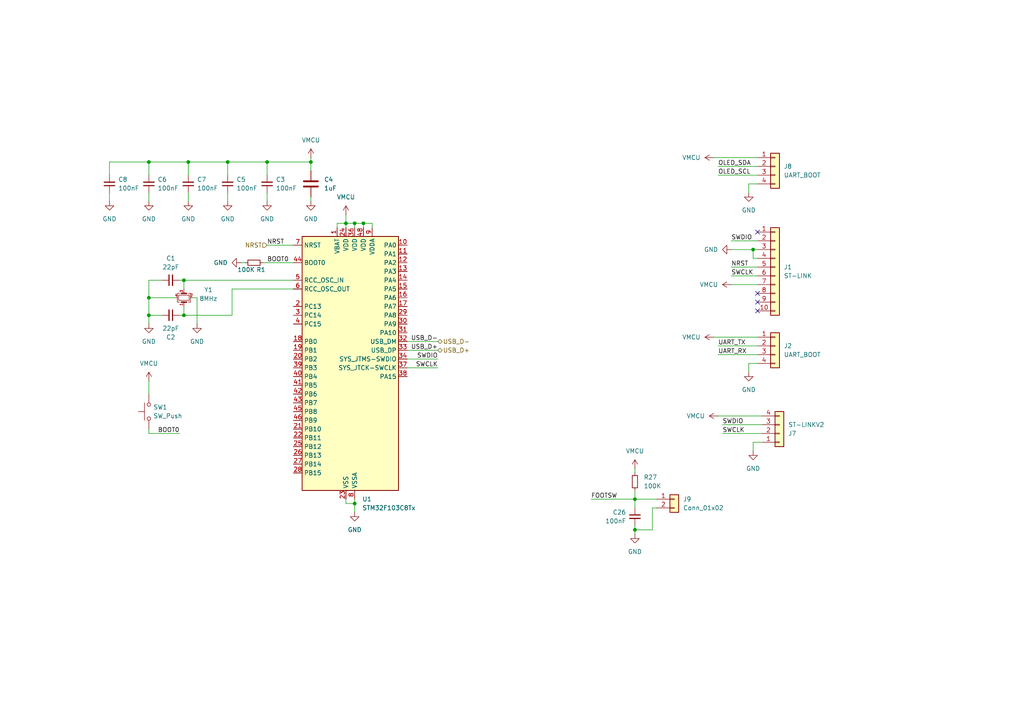
<source format=kicad_sch>
(kicad_sch (version 20231120) (generator "eeschema") (generator_version "8.0")
  (paper "A4")
  (lib_symbols
    (symbol "Connector_Generic:Conn_01x02" (pin_names (offset 1.016) hide)
      (property "Reference" "J" (at 0 2.54 0))
      (property "Value" "Conn_01x02" (at 0 -5.08 0))
      (symbol "Conn_01x02_1_1"
        (rectangle (start -1.27 -2.413) (end 0 -2.667) (stroke (width 0.1524)))
        (rectangle (start -1.27 0.127) (end 0 -0.127) (stroke (width 0.1524)))
        (rectangle (start -1.27 1.27) (end 1.27 -3.81) (stroke (width 0.254)) (fill (type background)))
        (pin passive line (at -5.08 0 0) (length 3.81) (name "Pin_1") (number "1"))
        (pin passive line (at -5.08 -2.54 0) (length 3.81) (name "Pin_2") (number "2"))
      )
    )
    (symbol "Connector_Generic:Conn_01x04" (pin_names (offset 1.016) hide)
      (property "Reference" "J" (at 0 5.08 0))
      (property "Value" "Conn_01x04" (at 0 -7.62 0))
      (symbol "Conn_01x04_1_1"
        (rectangle (start -1.27 -4.953) (end 0 -5.207) (stroke (width 0.1524)))
        (rectangle (start -1.27 -2.413) (end 0 -2.667) (stroke (width 0.1524)))
        (rectangle (start -1.27 0.127) (end 0 -0.127) (stroke (width 0.1524)))
        (rectangle (start -1.27 2.667) (end 0 2.413) (stroke (width 0.1524)))
        (rectangle (start -1.27 3.81) (end 1.27 -6.35) (stroke (width 0.254)) (fill (type background)))
        (pin passive line (at -5.08 2.54 0) (length 3.81) (name "Pin_1") (number "1"))
        (pin passive line (at -5.08 0 0) (length 3.81) (name "Pin_2") (number "2"))
        (pin passive line (at -5.08 -2.54 0) (length 3.81) (name "Pin_3") (number "3"))
        (pin passive line (at -5.08 -5.08 0) (length 3.81) (name "Pin_4") (number "4"))
      )
    )
    (symbol "Connector_Generic:Conn_01x10" (pin_names (offset 1.016) hide)
      (property "Reference" "J" (at 0 12.7 0))
      (property "Value" "Conn_01x10" (at 0 -15.24 0))
      (symbol "Conn_01x10_1_1"
        (rectangle (start -1.27 -12.573) (end 0 -12.827) (stroke (width 0.1524)))
        (rectangle (start -1.27 -10.033) (end 0 -10.287) (stroke (width 0.1524)))
        (rectangle (start -1.27 -7.493) (end 0 -7.747) (stroke (width 0.1524)))
        (rectangle (start -1.27 -4.953) (end 0 -5.207) (stroke (width 0.1524)))
        (rectangle (start -1.27 -2.413) (end 0 -2.667) (stroke (width 0.1524)))
        (rectangle (start -1.27 0.127) (end 0 -0.127) (stroke (width 0.1524)))
        (rectangle (start -1.27 2.667) (end 0 2.413) (stroke (width 0.1524)))
        (rectangle (start -1.27 5.207) (end 0 4.953) (stroke (width 0.1524)))
        (rectangle (start -1.27 7.747) (end 0 7.493) (stroke (width 0.1524)))
        (rectangle (start -1.27 10.287) (end 0 10.033) (stroke (width 0.1524)))
        (rectangle (start -1.27 11.43) (end 1.27 -13.97) (stroke (width 0.254)) (fill (type background)))
        (pin passive line (at -5.08 10.16 0) (length 3.81) (name "Pin_1") (number "1"))
        (pin passive line (at -5.08 -12.7 0) (length 3.81) (name "Pin_10") (number "10"))
        (pin passive line (at -5.08 7.62 0) (length 3.81) (name "Pin_2") (number "2"))
        (pin passive line (at -5.08 5.08 0) (length 3.81) (name "Pin_3") (number "3"))
        (pin passive line (at -5.08 2.54 0) (length 3.81) (name "Pin_4") (number "4"))
        (pin passive line (at -5.08 0 0) (length 3.81) (name "Pin_5") (number "5"))
        (pin passive line (at -5.08 -2.54 0) (length 3.81) (name "Pin_6") (number "6"))
        (pin passive line (at -5.08 -5.08 0) (length 3.81) (name "Pin_7") (number "7"))
        (pin passive line (at -5.08 -7.62 0) (length 3.81) (name "Pin_8") (number "8"))
        (pin passive line (at -5.08 -10.16 0) (length 3.81) (name "Pin_9") (number "9"))
      )
    )
    (symbol "Device:C" (pin_numbers hide) (pin_names (offset 0.254))
      (property "Reference" "C" (at 0.635 2.54 0))
      (property "Value" "C" (at 0.635 -2.54 0))
      (symbol "C_0_1"
        (polyline (pts (xy -2.032 -0.762) (xy 2.032 -0.762)) (stroke (width 0.508)))
        (polyline (pts (xy -2.032 0.762) (xy 2.032 0.762)) (stroke (width 0.508)))
      )
      (symbol "C_1_1"
        (pin passive line (at 0 3.81 270) (length 2.794) (name "~") (number "1"))
        (pin passive line (at 0 -3.81 90) (length 2.794) (name "~") (number "2"))
      )
    )
    (symbol "Device:C_Small" (pin_numbers hide) (pin_names (offset 0.254) hide)
      (property "Reference" "C" (at 0.254 1.778 0))
      (property "Value" "C_Small" (at 0.254 -2.032 0))
      (symbol "C_Small_0_1"
        (polyline (pts (xy -1.524 -0.508) (xy 1.524 -0.508)) (stroke (width 0.3302)))
        (polyline (pts (xy -1.524 0.508) (xy 1.524 0.508)) (stroke (width 0.3048)))
      )
      (symbol "C_Small_1_1"
        (pin passive line (at 0 2.54 270) (length 2.032) (name "~") (number "1"))
        (pin passive line (at 0 -2.54 90) (length 2.032) (name "~") (number "2"))
      )
    )
    (symbol "Device:Crystal_GND24_Small" (pin_names (offset 1.016) hide)
      (property "Reference" "Y" (at 1.27 4.445 0))
      (property "Value" "Crystal_GND24_Small" (at 1.27 2.54 0))
      (symbol "Crystal_GND24_Small_0_1"
        (rectangle (start -0.762 -1.524) (end 0.762 1.524))
        (polyline (pts (xy -1.27 -0.762) (xy -1.27 0.762)) (stroke (width 0.381)))
        (polyline (pts (xy 1.27 -0.762) (xy 1.27 0.762)) (stroke (width 0.381)))
        (polyline (pts (xy -1.27 -1.27) (xy -1.27 -1.905) (xy 1.27 -1.905) (xy 1.27 -1.27)))
        (polyline (pts (xy -1.27 1.27) (xy -1.27 1.905) (xy 1.27 1.905) (xy 1.27 1.27)))
      )
      (symbol "Crystal_GND24_Small_1_1"
        (pin passive line (at -2.54 0 0) (length 1.27) (name "1") (number "1"))
        (pin passive line (at 0 -2.54 90) (length 0.635) (name "2") (number "2"))
        (pin passive line (at 2.54 0 180) (length 1.27) (name "3") (number "3"))
        (pin passive line (at 0 2.54 270) (length 0.635) (name "4") (number "4"))
      )
    )
    (symbol "Device:R_Small" (pin_numbers hide) (pin_names (offset 0.254) hide)
      (property "Reference" "R" (at 0.762 0.508 0))
      (property "Value" "R_Small" (at 0.762 -1.016 0))
      (symbol "R_Small_0_1"
        (rectangle (start -0.762 1.778) (end 0.762 -1.778) (stroke (width 0.2032)))
      )
      (symbol "R_Small_1_1"
        (pin passive line (at 0 2.54 270) (length 0.762) (name "~") (number "1"))
        (pin passive line (at 0 -2.54 90) (length 0.762) (name "~") (number "2"))
      )
    )
    (symbol "MCU_ST_STM32F1:STM32F103C8Tx"
      (property "Reference" "U" (at -12.7 39.37 0))
      (property "Value" "STM32F103C8Tx" (at 10.16 39.37 0))
      (symbol "STM32F103C8Tx_0_1"
        (rectangle (start -12.7 -35.56) (end 15.24 38.1) (stroke (width 0.254)) (fill (type background)))
      )
      (symbol "STM32F103C8Tx_1_1"
        (pin power_in line (at -2.54 40.64 270) (length 2.54) (name "VBAT") (number "1"))
        (pin bidirectional line (at 17.78 35.56 180) (length 2.54) (name "PA0") (number "10"))
        (pin bidirectional line (at 17.78 33.02 180) (length 2.54) (name "PA1") (number "11"))
        (pin bidirectional line (at 17.78 30.48 180) (length 2.54) (name "PA2") (number "12"))
        (pin bidirectional line (at 17.78 27.94 180) (length 2.54) (name "PA3") (number "13"))
        (pin bidirectional line (at 17.78 25.4 180) (length 2.54) (name "PA4") (number "14"))
        (pin bidirectional line (at 17.78 22.86 180) (length 2.54) (name "PA5") (number "15"))
        (pin bidirectional line (at 17.78 20.32 180) (length 2.54) (name "PA6") (number "16"))
        (pin bidirectional line (at 17.78 17.78 180) (length 2.54) (name "PA7") (number "17"))
        (pin bidirectional line (at -15.24 7.62 0) (length 2.54) (name "PB0") (number "18"))
        (pin bidirectional line (at -15.24 5.08 0) (length 2.54) (name "PB1") (number "19"))
        (pin bidirectional line (at -15.24 17.78 0) (length 2.54) (name "PC13") (number "2"))
        (pin bidirectional line (at -15.24 2.54 0) (length 2.54) (name "PB2") (number "20"))
        (pin bidirectional line (at -15.24 -17.78 0) (length 2.54) (name "PB10") (number "21"))
        (pin bidirectional line (at -15.24 -20.32 0) (length 2.54) (name "PB11") (number "22"))
        (pin power_in line (at 0 -38.1 90) (length 2.54) (name "VSS") (number "23"))
        (pin power_in line (at 0 40.64 270) (length 2.54) (name "VDD") (number "24"))
        (pin bidirectional line (at -15.24 -22.86 0) (length 2.54) (name "PB12") (number "25"))
        (pin bidirectional line (at -15.24 -25.4 0) (length 2.54) (name "PB13") (number "26"))
        (pin bidirectional line (at -15.24 -27.94 0) (length 2.54) (name "PB14") (number "27"))
        (pin bidirectional line (at -15.24 -30.48 0) (length 2.54) (name "PB15") (number "28"))
        (pin bidirectional line (at 17.78 15.24 180) (length 2.54) (name "PA8") (number "29"))
        (pin bidirectional line (at -15.24 15.24 0) (length 2.54) (name "PC14") (number "3"))
        (pin bidirectional line (at 17.78 12.7 180) (length 2.54) (name "PA9") (number "30"))
        (pin bidirectional line (at 17.78 10.16 180) (length 2.54) (name "PA10") (number "31"))
        (pin bidirectional line (at 17.78 7.62 180) (length 2.54) (name "PA11") (number "32") (alternate "USB_DM" bidirectional line))
        (pin bidirectional line (at 17.78 5.08 180) (length 2.54) (name "PA12") (number "33") (alternate "USB_DP" bidirectional line))
        (pin bidirectional line (at 17.78 2.54 180) (length 2.54) (name "PA13") (number "34") (alternate "SYS_JTMS-SWDIO" bidirectional line))
        (pin passive line (at 0 -38.1 90) (length 2.54) hide (name "VSS") (number "35"))
        (pin power_in line (at 2.54 40.64 270) (length 2.54) (name "VDD") (number "36"))
        (pin bidirectional line (at 17.78 0 180) (length 2.54) (name "PA14") (number "37") (alternate "SYS_JTCK-SWCLK" bidirectional line))
        (pin bidirectional line (at 17.78 -2.54 180) (length 2.54) (name "PA15") (number "38"))
        (pin bidirectional line (at -15.24 0 0) (length 2.54) (name "PB3") (number "39"))
        (pin bidirectional line (at -15.24 12.7 0) (length 2.54) (name "PC15") (number "4"))
        (pin bidirectional line (at -15.24 -2.54 0) (length 2.54) (name "PB4") (number "40"))
        (pin bidirectional line (at -15.24 -5.08 0) (length 2.54) (name "PB5") (number "41"))
        (pin bidirectional line (at -15.24 -7.62 0) (length 2.54) (name "PB6") (number "42"))
        (pin bidirectional line (at -15.24 -10.16 0) (length 2.54) (name "PB7") (number "43"))
        (pin input line (at -15.24 30.48 0) (length 2.54) (name "BOOT0") (number "44"))
        (pin bidirectional line (at -15.24 -12.7 0) (length 2.54) (name "PB8") (number "45"))
        (pin bidirectional line (at -15.24 -15.24 0) (length 2.54) (name "PB9") (number "46"))
        (pin passive line (at 0 -38.1 90) (length 2.54) hide (name "VSS") (number "47"))
        (pin power_in line (at 5.08 40.64 270) (length 2.54) (name "VDD") (number "48"))
        (pin bidirectional line (at -15.24 25.4 0) (length 2.54) (name "PD0") (number "5") (alternate "RCC_OSC_IN" bidirectional line))
        (pin bidirectional line (at -15.24 22.86 0) (length 2.54) (name "PD1") (number "6") (alternate "RCC_OSC_OUT" bidirectional line))
        (pin input line (at -15.24 35.56 0) (length 2.54) (name "NRST") (number "7"))
        (pin power_in line (at 2.54 -38.1 90) (length 2.54) (name "VSSA") (number "8"))
        (pin power_in line (at 7.62 40.64 270) (length 2.54) (name "VDDA") (number "9"))
      )
    )
    (symbol "Switch:SW_Push" (pin_numbers hide) (pin_names (offset 1.016) hide)
      (property "Reference" "SW" (at 1.27 2.54 0))
      (property "Value" "SW_Push" (at 0 -1.524 0))
      (symbol "SW_Push_0_1"
        (circle (center -2.032 0) (radius 0.508))
        (polyline (pts (xy 0 1.27) (xy 0 3.048)))
        (polyline (pts (xy 2.54 1.27) (xy -2.54 1.27)))
        (circle (center 2.032 0) (radius 0.508))
        (pin passive line (at -5.08 0 0) (length 2.54) (name "1") (number "1"))
        (pin passive line (at 5.08 0 180) (length 2.54) (name "2") (number "2"))
      )
    )
    (symbol "power:+3V3" (power) (pin_numbers hide) (pin_names (offset 0) hide)
      (property "Value" "+3V3" (at 0 3.556 0))
      (symbol "+3V3_0_1"
        (polyline (pts (xy -0.762 1.27) (xy 0 2.54)))
        (polyline (pts (xy 0 0) (xy 0 2.54)))
        (polyline (pts (xy 0 2.54) (xy 0.762 1.27)))
      )
      (symbol "+3V3_1_1"
        (pin power_in line (at 0 0 90) (length 0) (name "~") (number "1"))
      )
    )
    (symbol "power:GND" (power) (pin_numbers hide) (pin_names (offset 0) hide)
      (property "Value" "GND" (at 0 -3.81 0))
      (symbol "GND_0_1"
        (polyline (pts (xy 0 0) (xy 0 -1.27) (xy 1.27 -1.27) (xy 0 -2.54) (xy -1.27 -1.27) (xy 0 -1.27)))
      )
      (symbol "GND_1_1"
        (pin power_in line (at 0 0 270) (length 0) (name "~") (number "1"))
      )
    )
  )
  (junction (at 184.15 153.67))
  (junction (at 43.18 46.99))
  (junction (at 66.04 46.99))
  (junction (at 53.34 81.28))
  (junction (at 102.87 146.05))
  (junction (at 43.18 86.36))
  (junction (at 184.15 144.78))
  (junction (at 77.47 46.99))
  (junction (at 102.87 64.77))
  (junction (at 100.33 64.77))
  (junction (at 218.44 72.39))
  (junction (at 105.41 64.77))
  (junction (at 43.18 91.44))
  (junction (at 54.61 46.99))
  (junction (at 90.17 46.99))
  (junction (at 53.34 91.44))
  (no_connect (at 219.71 90.17))
  (no_connect (at 219.71 67.31))
  (no_connect (at 219.71 87.63))
  (no_connect (at 219.71 85.09))
  (wire (pts (xy 184.15 154.94) (xy 184.15 153.67)))
  (wire (pts (xy 77.47 71.12) (xy 85.09 71.12)))
  (wire (pts (xy 57.15 93.98) (xy 57.15 86.36)))
  (wire (pts (xy 171.45 144.78) (xy 184.15 144.78)))
  (wire (pts (xy 118.11 101.6) (xy 127 101.6)))
  (wire (pts (xy 100.33 146.05) (xy 102.87 146.05)))
  (wire (pts (xy 97.79 64.77) (xy 100.33 64.77)))
  (wire (pts (xy 218.44 72.39) (xy 219.71 72.39)))
  (wire (pts (xy 54.61 46.99) (xy 66.04 46.99)))
  (wire (pts (xy 212.09 82.55) (xy 219.71 82.55)))
  (wire (pts (xy 43.18 125.73) (xy 52.07 125.73)))
  (wire (pts (xy 53.34 81.28) (xy 53.34 83.82)))
  (wire (pts (xy 85.09 83.82) (xy 67.31 83.82)))
  (wire (pts (xy 184.15 142.24) (xy 184.15 144.78)))
  (wire (pts (xy 208.28 102.87) (xy 219.71 102.87)))
  (wire (pts (xy 66.04 58.42) (xy 66.04 55.88)))
  (wire (pts (xy 69.85 76.2) (xy 71.12 76.2)))
  (wire (pts (xy 31.75 58.42) (xy 31.75 55.88)))
  (wire (pts (xy 100.33 62.23) (xy 100.33 64.77)))
  (wire (pts (xy 208.28 50.8) (xy 219.71 50.8)))
  (wire (pts (xy 67.31 91.44) (xy 53.34 91.44)))
  (wire (pts (xy 207.01 97.79) (xy 219.71 97.79)))
  (wire (pts (xy 217.17 105.41) (xy 217.17 107.95)))
  (wire (pts (xy 76.2 76.2) (xy 85.09 76.2)))
  (wire (pts (xy 219.71 53.34) (xy 217.17 53.34)))
  (wire (pts (xy 100.33 64.77) (xy 102.87 64.77)))
  (wire (pts (xy 209.55 125.73) (xy 220.98 125.73)))
  (wire (pts (xy 184.15 144.78) (xy 190.5 144.78)))
  (wire (pts (xy 43.18 91.44) (xy 46.99 91.44)))
  (wire (pts (xy 184.15 153.67) (xy 184.15 152.4)))
  (wire (pts (xy 102.87 64.77) (xy 105.41 64.77)))
  (wire (pts (xy 67.31 83.82) (xy 67.31 91.44)))
  (wire (pts (xy 212.09 69.85) (xy 219.71 69.85)))
  (wire (pts (xy 208.28 100.33) (xy 219.71 100.33)))
  (wire (pts (xy 43.18 46.99) (xy 54.61 46.99)))
  (wire (pts (xy 43.18 110.49) (xy 43.18 114.3)))
  (wire (pts (xy 209.55 123.19) (xy 220.98 123.19)))
  (wire (pts (xy 218.44 74.93) (xy 218.44 72.39)))
  (wire (pts (xy 212.09 72.39) (xy 218.44 72.39)))
  (wire (pts (xy 102.87 146.05) (xy 102.87 144.78)))
  (wire (pts (xy 90.17 58.42) (xy 90.17 57.15)))
  (wire (pts (xy 31.75 46.99) (xy 31.75 50.8)))
  (wire (pts (xy 77.47 46.99) (xy 90.17 46.99)))
  (wire (pts (xy 184.15 135.89) (xy 184.15 137.16)))
  (wire (pts (xy 54.61 58.42) (xy 54.61 55.88)))
  (wire (pts (xy 100.33 64.77) (xy 100.33 66.04)))
  (wire (pts (xy 43.18 125.73) (xy 43.18 124.46)))
  (wire (pts (xy 102.87 148.59) (xy 102.87 146.05)))
  (wire (pts (xy 53.34 81.28) (xy 85.09 81.28)))
  (wire (pts (xy 105.41 64.77) (xy 105.41 66.04)))
  (wire (pts (xy 54.61 46.99) (xy 54.61 50.8)))
  (wire (pts (xy 102.87 64.77) (xy 102.87 66.04)))
  (wire (pts (xy 43.18 93.98) (xy 43.18 91.44)))
  (wire (pts (xy 77.47 58.42) (xy 77.47 55.88)))
  (wire (pts (xy 207.01 45.72) (xy 219.71 45.72)))
  (wire (pts (xy 52.07 91.44) (xy 53.34 91.44)))
  (wire (pts (xy 90.17 46.99) (xy 90.17 49.53)))
  (wire (pts (xy 219.71 105.41) (xy 217.17 105.41)))
  (wire (pts (xy 107.95 64.77) (xy 107.95 66.04)))
  (wire (pts (xy 219.71 74.93) (xy 218.44 74.93)))
  (wire (pts (xy 31.75 46.99) (xy 43.18 46.99)))
  (wire (pts (xy 189.23 153.67) (xy 184.15 153.67)))
  (wire (pts (xy 43.18 46.99) (xy 43.18 50.8)))
  (wire (pts (xy 43.18 86.36) (xy 43.18 81.28)))
  (wire (pts (xy 43.18 58.42) (xy 43.18 55.88)))
  (wire (pts (xy 208.28 48.26) (xy 219.71 48.26)))
  (wire (pts (xy 189.23 147.32) (xy 189.23 153.67)))
  (wire (pts (xy 220.98 128.27) (xy 218.44 128.27)))
  (wire (pts (xy 212.09 80.01) (xy 219.71 80.01)))
  (wire (pts (xy 43.18 86.36) (xy 50.8 86.36)))
  (wire (pts (xy 43.18 81.28) (xy 46.99 81.28)))
  (wire (pts (xy 66.04 46.99) (xy 77.47 46.99)))
  (wire (pts (xy 127 104.14) (xy 118.11 104.14)))
  (wire (pts (xy 208.28 120.65) (xy 220.98 120.65)))
  (wire (pts (xy 184.15 144.78) (xy 184.15 147.32)))
  (wire (pts (xy 100.33 144.78) (xy 100.33 146.05)))
  (wire (pts (xy 52.07 81.28) (xy 53.34 81.28)))
  (wire (pts (xy 66.04 46.99) (xy 66.04 50.8)))
  (wire (pts (xy 212.09 77.47) (xy 219.71 77.47)))
  (wire (pts (xy 77.47 46.99) (xy 77.47 50.8)))
  (wire (pts (xy 90.17 45.72) (xy 90.17 46.99)))
  (wire (pts (xy 118.11 99.06) (xy 127 99.06)))
  (wire (pts (xy 189.23 147.32) (xy 190.5 147.32)))
  (wire (pts (xy 43.18 91.44) (xy 43.18 86.36)))
  (wire (pts (xy 97.79 66.04) (xy 97.79 64.77)))
  (wire (pts (xy 127 106.68) (xy 118.11 106.68)))
  (wire (pts (xy 217.17 53.34) (xy 217.17 55.88)))
  (wire (pts (xy 105.41 64.77) (xy 107.95 64.77)))
  (wire (pts (xy 53.34 91.44) (xy 53.34 88.9)))
  (wire (pts (xy 218.44 128.27) (xy 218.44 130.81)))
  (wire (pts (xy 57.15 86.36) (xy 55.88 86.36)))
  (label "NRST" (at 77.47 71.12 0))
  (label "SWDIO" (at 212.09 69.85 0))
  (label "SWDIO" (at 209.55 123.19 0))
  (label "BOOT0" (at 77.47 76.2 0))
  (label "SWCLK" (at 212.09 80.01 0))
  (label "UART_RX" (at 208.28 102.87 0))
  (label "SWCLK" (at 209.55 125.73 0))
  (label "FOOTSW" (at 171.45 144.78 0))
  (label "BOOT0" (at 52.07 125.73 180))
  (label "SWCLK" (at 127 106.68 180))
  (label "USB_D+" (at 127 101.6 180))
  (label "USB_D-" (at 127 99.06 180))
  (label "NRST" (at 212.09 77.47 0))
  (label "UART_TX" (at 208.28 100.33 0))
  (label "OLED_SCL" (at 208.28 50.8 0))
  (label "OLED_SDA" (at 208.28 48.26 0))
  (label "SWDIO" (at 127 104.14 180))
  (hierarchical_label "USB_D-" (shape bidirectional) (at 127 99.06 0))
  (hierarchical_label "NRST" (shape input) (at 77.47 71.12 180))
  (hierarchical_label "USB_D+" (shape bidirectional) (at 127 101.6 0))
  (symbol (lib_id "power:+3V3") (at 208.28 120.65 90) (unit 1)
    (property "Reference" "#PWR066" (effects (hide yes)))
    (property "Value" "VMCU" (at 204.47 120.6499 90) (effects (justify left)))
    (property "Description" "Power symbol creates a global label with name \"+3V3\"" (effects (hide yes)))
  )
  (symbol (lib_id "power:GND") (at 57.15 93.98 0) (unit 1)
    (property "Reference" "#PWR05" (effects (hide yes)))
    (property "Value" "GND" (at 57.15 99.06 0))
    (property "Description" "Power symbol creates a global label with name \"GND\" , ground" (effects (hide yes)))
  )
  (symbol (lib_id "power:GND") (at 54.61 58.42 0) (unit 1)
    (property "Reference" "#PWR010" (effects (hide yes)))
    (property "Value" "GND" (at 54.61 63.5 0))
    (property "Description" "Power symbol creates a global label with name \"GND\" , ground" (effects (hide yes)))
  )
  (symbol (lib_id "Device:C_Small") (at 77.47 53.34 180) (unit 1)
    (property "Reference" "C3" (at 80.01 52.0635 0) (effects (justify right)))
    (property "Value" "100nF" (at 80.01 54.6035 0) (effects (justify right)))
    (property "Footprint" "Capacitor_SMD:C_0603_1608Metric" (effects (hide yes)))
    (property "Description" "Unpolarized capacitor, small symbol" (effects (hide yes)))
  )
  (symbol (lib_id "Device:C") (at 90.17 53.34 0) (unit 1)
    (property "Reference" "C4" (at 93.98 52.0699 0) (effects (justify left)))
    (property "Value" "1uF" (at 93.98 54.6099 0) (effects (justify left)))
    (property "Footprint" "Capacitor_SMD:C_0805_2012Metric" (effects (hide yes)))
    (property "Description" "Unpolarized capacitor" (effects (hide yes)))
  )
  (symbol (lib_id "power:+3V3") (at 43.18 110.49 0) (unit 1)
    (property "Reference" "#PWR058" (effects (hide yes)))
    (property "Value" "VMCU" (at 43.18 105.41 0))
    (property "Description" "Power symbol creates a global label with name \"+3V3\"" (effects (hide yes)))
  )
  (symbol (lib_id "power:GND") (at 66.04 58.42 0) (unit 1)
    (property "Reference" "#PWR08" (effects (hide yes)))
    (property "Value" "GND" (at 66.04 63.5 0))
    (property "Description" "Power symbol creates a global label with name \"GND\" , ground" (effects (hide yes)))
  )
  (symbol (lib_id "power:GND") (at 184.15 154.94 0) (unit 1)
    (property "Reference" "#PWR073" (effects (hide yes)))
    (property "Value" "GND" (at 184.15 160.02 0))
    (property "Description" "Power symbol creates a global label with name \"GND\" , ground" (effects (hide yes)))
  )
  (symbol (lib_id "Switch:SW_Push") (at 43.18 119.38 90) (unit 1)
    (property "Reference" "SW1" (at 44.45 118.1099 90) (effects (justify right)))
    (property "Value" "SW_Push" (at 44.45 120.6499 90) (effects (justify right)))
    (property "Footprint" "Button_Switch_THT:SW_PUSH_6mm_H5mm" (effects (hide yes)))
    (property "Description" "Push button switch, generic, two pins" (effects (hide yes)))
  )
  (symbol (lib_id "Connector_Generic:Conn_01x04") (at 224.79 48.26 0) (unit 1)
    (property "Reference" "J8" (at 227.33 48.2599 0) (effects (justify left)))
    (property "Value" "UART_BOOT" (at 227.33 50.7999 0) (effects (justify left)))
    (property "Footprint" "Connector_JST:JST_PH_B4B-PH-K_1x04_P2.00mm_Vertical" (effects (hide yes)))
    (property "Description" "Generic connector, single row, 01x04, script generated (kicad-library-utils/schlib/autogen/connector/)" (effects (hide yes)))
  )
  (symbol (lib_id "power:GND") (at 217.17 55.88 0) (unit 1)
    (property "Reference" "#PWR069" (effects (hide yes)))
    (property "Value" "GND" (at 217.17 60.96 0))
    (property "Description" "Power symbol creates a global label with name \"GND\" , ground" (effects (hide yes)))
  )
  (symbol (lib_id "power:GND") (at 77.47 58.42 0) (unit 1)
    (property "Reference" "#PWR06" (effects (hide yes)))
    (property "Value" "GND" (at 77.47 63.5 0))
    (property "Description" "Power symbol creates a global label with name \"GND\" , ground" (effects (hide yes)))
  )
  (symbol (lib_id "Connector_Generic:Conn_01x10") (at 224.79 77.47 0) (unit 1)
    (property "Reference" "J1" (at 227.33 77.4699 0) (effects (justify left)))
    (property "Value" "ST-LINK" (at 227.33 80.0099 0) (effects (justify left)))
    (property "Footprint" "Connector:Tag-Connect_TC2050-IDC-NL_2x05_P1.27mm_Vertical" (effects (hide yes)))
    (property "Description" "Generic connector, single row, 01x10, script generated (kicad-library-utils/schlib/autogen/connector/)" (effects (hide yes)))
  )
  (symbol (lib_id "MCU_ST_STM32F1:STM32F103C8Tx") (at 100.33 106.68 0) (unit 1)
    (property "Reference" "U1" (at 105.0641 144.78 0) (effects (justify left)))
    (property "Value" "STM32F103C8Tx" (at 105.0641 147.32 0) (effects (justify left)))
    (property "Footprint" "Package_QFP:LQFP-48_7x7mm_P0.5mm" (effects (hide yes)))
    (property "Datasheet" "https://www.st.com/resource/en/datasheet/stm32f103c8.pdf" (effects (hide yes)))
    (property "Description" "STMicroelectronics Arm Cortex-M3 MCU, 64KB flash, 20KB RAM, 72 MHz, 2.0-3.6V, 37 GPIO, LQFP48" (effects (hide yes)))
    (pin "33" (alternate "USB_DP"))
    (pin "32" (alternate "USB_DM"))
    (pin "37" (alternate "SYS_JTCK-SWCLK"))
    (pin "34" (alternate "SYS_JTMS-SWDIO"))
    (pin "5" (alternate "RCC_OSC_IN"))
    (pin "6" (alternate "RCC_OSC_OUT"))
  )
  (symbol (lib_id "Device:R_Small") (at 184.15 139.7 180) (unit 1)
    (property "Reference" "R27" (at 186.69 138.4299 0) (effects (justify right)))
    (property "Value" "100K" (at 186.69 140.9699 0) (effects (justify right)))
    (property "Footprint" "Resistor_SMD:R_0603_1608Metric" (effects (hide yes)))
    (property "Description" "Resistor, small symbol" (effects (hide yes)))
  )
  (symbol (lib_id "power:GND") (at 31.75 58.42 0) (unit 1)
    (property "Reference" "#PWR011" (effects (hide yes)))
    (property "Value" "GND" (at 31.75 63.5 0))
    (property "Description" "Power symbol creates a global label with name \"GND\" , ground" (effects (hide yes)))
  )
  (symbol (lib_id "power:GND") (at 102.87 148.59 0) (unit 1)
    (property "Reference" "#PWR01" (effects (hide yes)))
    (property "Value" "GND" (at 102.87 153.67 0))
    (property "Description" "Power symbol creates a global label with name \"GND\" , ground" (effects (hide yes)))
  )
  (symbol (lib_id "power:GND") (at 212.09 72.39 270) (unit 1)
    (property "Reference" "#PWR064" (effects (hide yes)))
    (property "Value" "GND" (at 208.28 72.3899 90) (effects (justify right)))
    (property "Description" "Power symbol creates a global label with name \"GND\" , ground" (effects (hide yes)))
  )
  (symbol (lib_id "Device:C_Small") (at 54.61 53.34 180) (unit 1)
    (property "Reference" "C7" (at 57.15 52.0635 0) (effects (justify right)))
    (property "Value" "100nF" (at 57.15 54.6035 0) (effects (justify right)))
    (property "Footprint" "Capacitor_SMD:C_0603_1608Metric" (effects (hide yes)))
    (property "Description" "Unpolarized capacitor, small symbol" (effects (hide yes)))
  )
  (symbol (lib_id "Device:C_Small") (at 43.18 53.34 180) (unit 1)
    (property "Reference" "C6" (at 45.72 52.0635 0) (effects (justify right)))
    (property "Value" "100nF" (at 45.72 54.6035 0) (effects (justify right)))
    (property "Footprint" "Capacitor_SMD:C_0603_1608Metric" (effects (hide yes)))
    (property "Description" "Unpolarized capacitor, small symbol" (effects (hide yes)))
  )
  (symbol (lib_id "Device:C_Small") (at 49.53 81.28 90) (unit 1)
    (property "Reference" "C1" (at 49.5363 74.93 90))
    (property "Value" "22pF" (at 49.5363 77.47 90))
    (property "Footprint" "Capacitor_SMD:C_0603_1608Metric" (effects (hide yes)))
    (property "Description" "Unpolarized capacitor, small symbol" (effects (hide yes)))
  )
  (symbol (lib_id "power:GND") (at 43.18 58.42 0) (unit 1)
    (property "Reference" "#PWR09" (effects (hide yes)))
    (property "Value" "GND" (at 43.18 63.5 0))
    (property "Description" "Power symbol creates a global label with name \"GND\" , ground" (effects (hide yes)))
  )
  (symbol (lib_id "power:+3V3") (at 184.15 135.89 0) (unit 1)
    (property "Reference" "#PWR072" (effects (hide yes)))
    (property "Value" "VMCU" (at 184.15 130.81 0))
    (property "Description" "Power symbol creates a global label with name \"+3V3\"" (effects (hide yes)))
  )
  (symbol (lib_id "power:+3V3") (at 212.09 82.55 90) (unit 1)
    (property "Reference" "#PWR065" (effects (hide yes)))
    (property "Value" "VMCU" (at 208.28 82.5499 90) (effects (justify left)))
    (property "Description" "Power symbol creates a global label with name \"+3V3\"" (effects (hide yes)))
  )
  (symbol (lib_id "Device:C_Small") (at 49.53 91.44 270) (mirror x) (unit 1)
    (property "Reference" "C2" (at 49.5236 97.79 90))
    (property "Value" "22pF" (at 49.5236 95.25 90))
    (property "Footprint" "Capacitor_SMD:C_0603_1608Metric" (effects (hide yes)))
    (property "Description" "Unpolarized capacitor, small symbol" (effects (hide yes)))
  )
  (symbol (lib_id "Device:R_Small") (at 73.66 76.2 90) (unit 1)
    (property "Reference" "R1" (at 75.692 78.232 90))
    (property "Value" "100K" (at 71.374 78.232 90))
    (property "Footprint" "Resistor_SMD:R_0603_1608Metric" (effects (hide yes)))
    (property "Description" "Resistor, small symbol" (effects (hide yes)))
  )
  (symbol (lib_id "power:+3V3") (at 207.01 45.72 90) (unit 1)
    (property "Reference" "#PWR068" (effects (hide yes)))
    (property "Value" "VMCU" (at 203.2 45.7199 90) (effects (justify left)))
    (property "Description" "Power symbol creates a global label with name \"+3V3\"" (effects (hide yes)))
  )
  (symbol (lib_id "Connector_Generic:Conn_01x04") (at 224.79 100.33 0) (unit 1)
    (property "Reference" "J2" (at 227.33 100.3299 0) (effects (justify left)))
    (property "Value" "UART_BOOT" (at 227.33 102.8699 0) (effects (justify left)))
    (property "Footprint" "Connector_JST:JST_PH_B4B-PH-K_1x04_P2.00mm_Vertical" (effects (hide yes)))
    (property "Description" "Generic connector, single row, 01x04, script generated (kicad-library-utils/schlib/autogen/connector/)" (effects (hide yes)))
  )
  (symbol (lib_id "Device:Crystal_GND24_Small") (at 53.34 86.36 90) (unit 1)
    (property "Reference" "Y1" (at 60.452 84.074 90))
    (property "Value" "8MHz" (at 60.452 86.614 90))
    (property "Footprint" "Crystal:Crystal_SMD_3225-4Pin_3.2x2.5mm" (effects (hide yes)))
    (property "Description" "Four pin crystal, GND on pins 2 and 4, small symbol" (effects (hide yes)))
  )
  (symbol (lib_id "Device:C_Small") (at 66.04 53.34 180) (unit 1)
    (property "Reference" "C5" (at 68.58 52.0635 0) (effects (justify right)))
    (property "Value" "100nF" (at 68.58 54.6035 0) (effects (justify right)))
    (property "Footprint" "Capacitor_SMD:C_0603_1608Metric" (effects (hide yes)))
    (property "Description" "Unpolarized capacitor, small symbol" (effects (hide yes)))
  )
  (symbol (lib_id "power:GND") (at 217.17 107.95 0) (unit 1)
    (property "Reference" "#PWR022" (effects (hide yes)))
    (property "Value" "GND" (at 217.17 113.03 0))
    (property "Description" "Power symbol creates a global label with name \"GND\" , ground" (effects (hide yes)))
  )
  (symbol (lib_id "Device:C_Small") (at 184.15 149.86 0) (mirror y) (unit 1)
    (property "Reference" "C26" (at 181.61 148.5962 0) (effects (justify left)))
    (property "Value" "100nF" (at 181.61 151.1362 0) (effects (justify left)))
    (property "Footprint" "Capacitor_SMD:C_0603_1608Metric" (effects (hide yes)))
    (property "Description" "Unpolarized capacitor, small symbol" (effects (hide yes)))
  )
  (symbol (lib_id "Connector_Generic:Conn_01x04") (at 226.06 125.73 0) (mirror x) (unit 1)
    (property "Reference" "J7" (at 228.6 125.7301 0) (effects (justify left)))
    (property "Value" "ST-LINKV2" (at 228.6 123.1901 0) (effects (justify left)))
    (property "Footprint" "Connector_JST:JST_PH_B4B-PH-K_1x04_P2.00mm_Vertical" (effects (hide yes)))
    (property "Description" "Generic connector, single row, 01x04, script generated (kicad-library-utils/schlib/autogen/connector/)" (effects (hide yes)))
  )
  (symbol (lib_id "power:GND") (at 69.85 76.2 270) (unit 1)
    (property "Reference" "#PWR03" (effects (hide yes)))
    (property "Value" "GND" (at 66.04 76.1999 90) (effects (justify right)))
    (property "Description" "Power symbol creates a global label with name \"GND\" , ground" (effects (hide yes)))
  )
  (symbol (lib_id "power:+3V3") (at 100.33 62.23 0) (unit 1)
    (property "Reference" "#PWR035" (effects (hide yes)))
    (property "Value" "VMCU" (at 100.33 57.15 0))
    (property "Description" "Power symbol creates a global label with name \"+3V3\"" (effects (hide yes)))
  )
  (symbol (lib_id "power:GND") (at 43.18 93.98 0) (unit 1)
    (property "Reference" "#PWR04" (effects (hide yes)))
    (property "Value" "GND" (at 43.18 99.06 0))
    (property "Description" "Power symbol creates a global label with name \"GND\" , ground" (effects (hide yes)))
  )
  (symbol (lib_id "power:GND") (at 90.17 58.42 0) (unit 1)
    (property "Reference" "#PWR07" (effects (hide yes)))
    (property "Value" "GND" (at 90.17 63.5 0))
    (property "Description" "Power symbol creates a global label with name \"GND\" , ground" (effects (hide yes)))
  )
  (symbol (lib_id "power:+3V3") (at 90.17 45.72 0) (unit 1)
    (property "Reference" "#PWR02" (effects (hide yes)))
    (property "Value" "VMCU" (at 90.17 40.64 0))
    (property "Description" "Power symbol creates a global label with name \"+3V3\"" (effects (hide yes)))
  )
  (symbol (lib_id "power:GND") (at 218.44 130.81 0) (unit 1)
    (property "Reference" "#PWR067" (effects (hide yes)))
    (property "Value" "GND" (at 218.44 135.89 0))
    (property "Description" "Power symbol creates a global label with name \"GND\" , ground" (effects (hide yes)))
  )
  (symbol (lib_id "power:+3V3") (at 207.01 97.79 90) (unit 1)
    (property "Reference" "#PWR023" (effects (hide yes)))
    (property "Value" "VMCU" (at 203.2 97.7899 90) (effects (justify left)))
    (property "Description" "Power symbol creates a global label with name \"+3V3\"" (effects (hide yes)))
  )
  (symbol (lib_id "Device:C_Small") (at 31.75 53.34 180) (unit 1)
    (property "Reference" "C8" (at 34.29 52.0635 0) (effects (justify right)))
    (property "Value" "100nF" (at 34.29 54.6035 0) (effects (justify right)))
    (property "Footprint" "Capacitor_SMD:C_0603_1608Metric" (effects (hide yes)))
    (property "Description" "Unpolarized capacitor, small symbol" (effects (hide yes)))
  )
  (symbol (lib_id "Connector_Generic:Conn_01x02") (at 195.58 144.78 0) (unit 1)
    (property "Reference" "J9" (at 198.12 144.7799 0) (effects (justify left)))
    (property "Value" "Conn_01x02" (at 198.12 147.3199 0) (effects (justify left)))
    (property "Footprint" "Connector_JST:JST_PH_B2B-PH-K_1x02_P2.00mm_Vertical" (effects (hide yes)))
    (property "Description" "Generic connector, single row, 01x02, script generated (kicad-library-utils/schlib/autogen/connector/)" (effects (hide yes)))
  )
)
</source>
